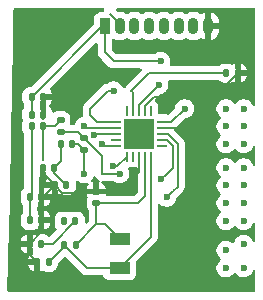
<source format=gbr>
%TF.GenerationSoftware,KiCad,Pcbnew,9.0.2*%
%TF.CreationDate,2025-05-30T19:54:00-04:00*%
%TF.ProjectId,porton micro,706f7274-6f6e-4206-9d69-63726f2e6b69,rev?*%
%TF.SameCoordinates,Original*%
%TF.FileFunction,Copper,L1,Top*%
%TF.FilePolarity,Positive*%
%FSLAX46Y46*%
G04 Gerber Fmt 4.6, Leading zero omitted, Abs format (unit mm)*
G04 Created by KiCad (PCBNEW 9.0.2) date 2025-05-30 19:54:00*
%MOMM*%
%LPD*%
G01*
G04 APERTURE LIST*
G04 Aperture macros list*
%AMRoundRect*
0 Rectangle with rounded corners*
0 $1 Rounding radius*
0 $2 $3 $4 $5 $6 $7 $8 $9 X,Y pos of 4 corners*
0 Add a 4 corners polygon primitive as box body*
4,1,4,$2,$3,$4,$5,$6,$7,$8,$9,$2,$3,0*
0 Add four circle primitives for the rounded corners*
1,1,$1+$1,$2,$3*
1,1,$1+$1,$4,$5*
1,1,$1+$1,$6,$7*
1,1,$1+$1,$8,$9*
0 Add four rect primitives between the rounded corners*
20,1,$1+$1,$2,$3,$4,$5,0*
20,1,$1+$1,$4,$5,$6,$7,0*
20,1,$1+$1,$6,$7,$8,$9,0*
20,1,$1+$1,$8,$9,$2,$3,0*%
G04 Aperture macros list end*
%TA.AperFunction,SMDPad,CuDef*%
%ADD10R,1.800000X1.000000*%
%TD*%
%TA.AperFunction,SMDPad,CuDef*%
%ADD11RoundRect,0.062500X-0.350000X-0.062500X0.350000X-0.062500X0.350000X0.062500X-0.350000X0.062500X0*%
%TD*%
%TA.AperFunction,SMDPad,CuDef*%
%ADD12RoundRect,0.062500X-0.062500X-0.350000X0.062500X-0.350000X0.062500X0.350000X-0.062500X0.350000X0*%
%TD*%
%TA.AperFunction,HeatsinkPad*%
%ADD13R,2.500000X2.500000*%
%TD*%
%TA.AperFunction,SMDPad,CuDef*%
%ADD14RoundRect,0.135000X-0.135000X-0.185000X0.135000X-0.185000X0.135000X0.185000X-0.135000X0.185000X0*%
%TD*%
%TA.AperFunction,SMDPad,CuDef*%
%ADD15RoundRect,0.147500X-0.147500X-0.172500X0.147500X-0.172500X0.147500X0.172500X-0.147500X0.172500X0*%
%TD*%
%TA.AperFunction,SMDPad,CuDef*%
%ADD16RoundRect,0.147500X0.147500X0.172500X-0.147500X0.172500X-0.147500X-0.172500X0.147500X-0.172500X0*%
%TD*%
%TA.AperFunction,SMDPad,CuDef*%
%ADD17RoundRect,0.147500X0.172500X-0.147500X0.172500X0.147500X-0.172500X0.147500X-0.172500X-0.147500X0*%
%TD*%
%TA.AperFunction,SMDPad,CuDef*%
%ADD18RoundRect,0.147500X-0.172500X0.147500X-0.172500X-0.147500X0.172500X-0.147500X0.172500X0.147500X0*%
%TD*%
%TA.AperFunction,ComponentPad*%
%ADD19RoundRect,0.225000X-0.225000X-0.475000X0.225000X-0.475000X0.225000X0.475000X-0.225000X0.475000X0*%
%TD*%
%TA.AperFunction,ComponentPad*%
%ADD20O,0.900000X1.400000*%
%TD*%
%TA.AperFunction,SMDPad,CuDef*%
%ADD21RoundRect,0.140000X0.140000X0.170000X-0.140000X0.170000X-0.140000X-0.170000X0.140000X-0.170000X0*%
%TD*%
%TA.AperFunction,SMDPad,CuDef*%
%ADD22RoundRect,0.140000X-0.140000X-0.170000X0.140000X-0.170000X0.140000X0.170000X-0.140000X0.170000X0*%
%TD*%
%TA.AperFunction,SMDPad,CuDef*%
%ADD23RoundRect,0.140000X0.170000X-0.140000X0.170000X0.140000X-0.170000X0.140000X-0.170000X-0.140000X0*%
%TD*%
%TA.AperFunction,ViaPad*%
%ADD24C,0.600000*%
%TD*%
%TA.AperFunction,Conductor*%
%ADD25C,0.200000*%
%TD*%
G04 APERTURE END LIST*
D10*
%TO.P,Y1,1,1*%
%TO.N,Net-(U1-XC2)*%
X159500000Y-88500000D03*
%TO.P,Y1,2,2*%
%TO.N,Net-(U1-XC1)*%
X159500000Y-91000000D03*
%TD*%
D11*
%TO.P,U1,1,CE*%
%TO.N,Net-(J1-Pin_6)*%
X159187500Y-78625000D03*
%TO.P,U1,2,CSN*%
%TO.N,Net-(J1-Pin_5)*%
X159187500Y-79125000D03*
%TO.P,U1,3,SCK*%
%TO.N,Net-(J1-Pin_4)*%
X159187500Y-79625000D03*
%TO.P,U1,4,MOSI*%
%TO.N,Net-(J1-Pin_2)*%
X159187500Y-80125000D03*
%TO.P,U1,5,MISO*%
%TO.N,Net-(J1-Pin_3)*%
X159187500Y-80625000D03*
D12*
%TO.P,U1,6,IRQ*%
%TO.N,Net-(J1-Pin_7)*%
X160125000Y-81562500D03*
%TO.P,U1,7,VDD*%
%TO.N,VDD*%
X160625000Y-81562500D03*
%TO.P,U1,8,VSS*%
%TO.N,GND*%
X161125000Y-81562500D03*
%TO.P,U1,9,XC2*%
%TO.N,Net-(U1-XC2)*%
X161625000Y-81562500D03*
%TO.P,U1,10,XC1*%
%TO.N,Net-(U1-XC1)*%
X162125000Y-81562500D03*
D11*
%TO.P,U1,11,VDD_PA*%
%TO.N,Net-(U1-VDD_PA)*%
X163062500Y-80625000D03*
%TO.P,U1,12,ANT1*%
%TO.N,Net-(U1-ANT1)*%
X163062500Y-80125000D03*
%TO.P,U1,13,ANT2*%
%TO.N,Net-(U1-ANT2)*%
X163062500Y-79625000D03*
%TO.P,U1,14,VSS*%
%TO.N,GND*%
X163062500Y-79125000D03*
%TO.P,U1,15,VDD*%
%TO.N,VDD*%
X163062500Y-78625000D03*
D12*
%TO.P,U1,16,IREF*%
%TO.N,Net-(U1-IREF)*%
X162125000Y-77687500D03*
%TO.P,U1,17,VSS*%
%TO.N,GND*%
X161625000Y-77687500D03*
%TO.P,U1,18,VDD*%
%TO.N,VDD*%
X161125000Y-77687500D03*
%TO.P,U1,19,DVDD*%
%TO.N,Net-(U1-DVDD)*%
X160625000Y-77687500D03*
%TO.P,U1,20,VSS*%
%TO.N,GND*%
X160125000Y-77687500D03*
D13*
%TO.P,U1,21*%
%TO.N,N/C*%
X161125000Y-79625000D03*
%TD*%
D14*
%TO.P,R2,1*%
%TO.N,Net-(U1-XC1)*%
X154760000Y-89030000D03*
%TO.P,R2,2*%
%TO.N,Net-(U1-XC2)*%
X155780000Y-89030000D03*
%TD*%
D15*
%TO.P,L4,1,1*%
%TO.N,Net-(C10-Pad1)*%
X154785000Y-87040000D03*
%TO.P,L4,2,2*%
%TO.N,Net-(AE1-A)*%
X155755000Y-87040000D03*
%TD*%
D16*
%TO.P,L3,1,1*%
%TO.N,Net-(U1-ANT2)*%
X155500000Y-80500000D03*
%TO.P,L3,2,2*%
%TO.N,Net-(U1-VDD_PA)*%
X154530000Y-80500000D03*
%TD*%
D17*
%TO.P,L2,1,1*%
%TO.N,Net-(U1-ANT1)*%
X154500000Y-79470000D03*
%TO.P,L2,2,2*%
%TO.N,Net-(C7-Pad2)*%
X154500000Y-78500000D03*
%TD*%
D18*
%TO.P,L1,1,1*%
%TO.N,Net-(U1-ANT1)*%
X156500000Y-80030000D03*
%TO.P,L1,2,2*%
%TO.N,Net-(U1-ANT2)*%
X156500000Y-81000000D03*
%TD*%
D19*
%TO.P,J1,1,Pin_1*%
%TO.N,VDD*%
X158250000Y-70500000D03*
D20*
%TO.P,J1,2,Pin_2*%
%TO.N,Net-(J1-Pin_2)*%
X159500000Y-70500000D03*
%TO.P,J1,3,Pin_3*%
%TO.N,Net-(J1-Pin_3)*%
X160750000Y-70500000D03*
%TO.P,J1,4,Pin_4*%
%TO.N,Net-(J1-Pin_4)*%
X162000000Y-70500000D03*
%TO.P,J1,5,Pin_5*%
%TO.N,Net-(J1-Pin_5)*%
X163250000Y-70500000D03*
%TO.P,J1,6,Pin_6*%
%TO.N,Net-(J1-Pin_6)*%
X164500000Y-70500000D03*
%TO.P,J1,7,Pin_7*%
%TO.N,Net-(J1-Pin_7)*%
X165750000Y-70500000D03*
%TO.P,J1,8,Pin_8*%
%TO.N,GND*%
X167000000Y-70500000D03*
%TD*%
D21*
%TO.P,C11,1*%
%TO.N,Net-(AE1-A)*%
X152860000Y-88940000D03*
%TO.P,C11,2*%
%TO.N,GND*%
X151900000Y-88940000D03*
%TD*%
D22*
%TO.P,C10,1*%
%TO.N,Net-(C10-Pad1)*%
X151900000Y-86970000D03*
%TO.P,C10,2*%
%TO.N,GND*%
X152860000Y-86970000D03*
%TD*%
%TO.P,C9,1*%
%TO.N,Net-(C10-Pad1)*%
X151900000Y-85000000D03*
%TO.P,C9,2*%
%TO.N,GND*%
X152860000Y-85000000D03*
%TD*%
D21*
%TO.P,C8,1*%
%TO.N,Net-(U1-VDD_PA)*%
X153980000Y-82500000D03*
%TO.P,C8,2*%
%TO.N,GND*%
X153020000Y-82500000D03*
%TD*%
D22*
%TO.P,C7,1*%
%TO.N,Net-(C10-Pad1)*%
X152040000Y-79000000D03*
%TO.P,C7,2*%
%TO.N,Net-(C7-Pad2)*%
X153000000Y-79000000D03*
%TD*%
D21*
%TO.P,C6,1*%
%TO.N,Net-(U1-VDD_PA)*%
X155000000Y-84000000D03*
%TO.P,C6,2*%
%TO.N,GND*%
X154040000Y-84000000D03*
%TD*%
%TO.P,C5,1*%
%TO.N,Net-(U1-XC1)*%
X153500000Y-90500000D03*
%TO.P,C5,2*%
%TO.N,GND*%
X152540000Y-90500000D03*
%TD*%
D23*
%TO.P,C4,1*%
%TO.N,Net-(U1-XC2)*%
X157520000Y-85480000D03*
%TO.P,C4,2*%
%TO.N,GND*%
X157520000Y-84520000D03*
%TD*%
D22*
%TO.P,C3,1*%
%TO.N,Net-(U1-DVDD)*%
X168540000Y-74500000D03*
%TO.P,C3,2*%
%TO.N,GND*%
X169500000Y-74500000D03*
%TD*%
%TO.P,C2,1*%
%TO.N,VDD*%
X152040000Y-78000000D03*
%TO.P,C2,2*%
%TO.N,GND*%
X153000000Y-78000000D03*
%TD*%
%TO.P,C1,1*%
%TO.N,VDD*%
X152040000Y-76500000D03*
%TO.P,C1,2*%
%TO.N,GND*%
X153000000Y-76500000D03*
%TD*%
D24*
%TO.N,*%
X168500000Y-77500000D03*
X168500000Y-79000000D03*
X168500000Y-80500000D03*
X168500000Y-82500000D03*
X168500000Y-84000000D03*
X168500000Y-85500000D03*
X168500000Y-87000000D03*
X168500000Y-89500000D03*
X168500000Y-91000000D03*
X170000000Y-91000000D03*
X170000000Y-89000000D03*
X170000000Y-87000000D03*
X170000000Y-85500000D03*
X170000000Y-84000000D03*
X170000000Y-82500000D03*
X170000000Y-80500000D03*
X170000000Y-79000000D03*
X170000000Y-77500000D03*
%TO.N,VDD*%
X162817102Y-75500000D03*
X163000000Y-73500000D03*
X165000000Y-77500000D03*
%TO.N,Net-(J1-Pin_7)*%
X158934313Y-82400000D03*
%TO.N,GND*%
X169000000Y-73000000D03*
%TO.N,Net-(J1-Pin_3)*%
X158000000Y-80500000D03*
%TO.N,Net-(J1-Pin_4)*%
X157301351Y-79724999D03*
%TO.N,Net-(J1-Pin_5)*%
X156500000Y-79000000D03*
%TO.N,Net-(J1-Pin_6)*%
X159000000Y-76000000D03*
%TO.N,Net-(U1-ANT2)*%
X163500000Y-85000000D03*
X156500000Y-83000000D03*
%TO.N,Net-(U1-ANT1)*%
X163000000Y-83500000D03*
X159500000Y-83000000D03*
%TD*%
D25*
%TO.N,Net-(J1-Pin_2)*%
X159500000Y-70500000D02*
X159500000Y-70299890D01*
%TO.N,VDD*%
X158500000Y-73000000D02*
X159000000Y-73500000D01*
X158250000Y-72750000D02*
X158500000Y-73000000D01*
X159000000Y-73500000D02*
X163000000Y-73500000D01*
X158250000Y-70500000D02*
X158250000Y-72750000D01*
X158250000Y-70500000D02*
X158250000Y-71200000D01*
X163875000Y-78625000D02*
X165000000Y-77500000D01*
X163062500Y-78625000D02*
X163875000Y-78625000D01*
X161125000Y-77192102D02*
X162817102Y-75500000D01*
X161125000Y-77687500D02*
X161125000Y-77192102D01*
%TO.N,Net-(U1-DVDD)*%
X162000000Y-74500000D02*
X168540000Y-74500000D01*
X160500000Y-76000000D02*
X162000000Y-74500000D01*
X160625000Y-76125000D02*
X160500000Y-76000000D01*
X160625000Y-77687500D02*
X160625000Y-76125000D01*
%TO.N,GND*%
X162384202Y-76500000D02*
X167500000Y-76500000D01*
X161625000Y-77259202D02*
X162384202Y-76500000D01*
X161625000Y-77687500D02*
X161625000Y-77259202D01*
X169500000Y-74500000D02*
X167500000Y-76500000D01*
%TO.N,Net-(J1-Pin_7)*%
X159287500Y-82400000D02*
X160125000Y-81562500D01*
X158934313Y-82400000D02*
X159287500Y-82400000D01*
%TO.N,GND*%
X169500000Y-73500000D02*
X169000000Y-73000000D01*
X169500000Y-74500000D02*
X169500000Y-73500000D01*
%TO.N,Net-(J1-Pin_3)*%
X158125000Y-80625000D02*
X158000000Y-80500000D01*
X159187500Y-80625000D02*
X158125000Y-80625000D01*
%TO.N,Net-(J1-Pin_4)*%
X157401350Y-79625000D02*
X157301351Y-79724999D01*
X159187500Y-79625000D02*
X157401350Y-79625000D01*
%TO.N,Net-(J1-Pin_5)*%
X156625000Y-79125000D02*
X156500000Y-79000000D01*
X159187500Y-79125000D02*
X156625000Y-79125000D01*
%TO.N,Net-(J1-Pin_6)*%
X157000000Y-77500000D02*
X158500000Y-76000000D01*
X158500000Y-76000000D02*
X159000000Y-76000000D01*
X157000000Y-78000000D02*
X157000000Y-77500000D01*
X157625000Y-78625000D02*
X157000000Y-78000000D01*
X159187500Y-78625000D02*
X157625000Y-78625000D01*
X159187500Y-78625000D02*
X159125000Y-78625000D01*
%TO.N,Net-(U1-ANT2)*%
X163557898Y-79625000D02*
X164401000Y-80468102D01*
X164401000Y-84099000D02*
X164000000Y-84500000D01*
X163062500Y-79625000D02*
X163557898Y-79625000D01*
X164000000Y-84500000D02*
X163500000Y-85000000D01*
X164401000Y-80468102D02*
X164401000Y-84099000D01*
X156500000Y-81000000D02*
X156500000Y-83000000D01*
%TO.N,Net-(U1-ANT1)*%
X163500000Y-83000000D02*
X163000000Y-83500000D01*
X164000000Y-82500000D02*
X163500000Y-83000000D01*
X164000000Y-80634202D02*
X164000000Y-82500000D01*
X163062500Y-80125000D02*
X163490798Y-80125000D01*
X163490798Y-80125000D02*
X164000000Y-80634202D01*
X159500000Y-83000000D02*
X159575735Y-83075735D01*
%TO.N,GND*%
X164875000Y-79125000D02*
X163062500Y-79125000D01*
X167500000Y-76500000D02*
X164875000Y-79125000D01*
X161125000Y-82875000D02*
X161125000Y-81562500D01*
X159480000Y-84520000D02*
X161125000Y-82875000D01*
X157520000Y-84520000D02*
X159480000Y-84520000D01*
%TO.N,Net-(U1-XC2)*%
X161625000Y-84875000D02*
X161625000Y-81562500D01*
X157520000Y-85480000D02*
X161020000Y-85480000D01*
X161020000Y-85480000D02*
X161625000Y-84875000D01*
%TO.N,Net-(U1-XC1)*%
X162125000Y-88375000D02*
X162125000Y-81562500D01*
X159500000Y-91000000D02*
X162125000Y-88375000D01*
%TO.N,Net-(U1-XC2)*%
X157520000Y-87290000D02*
X158290000Y-87290000D01*
X158290000Y-87290000D02*
X159500000Y-88500000D01*
%TO.N,Net-(U1-XC1)*%
X156730000Y-91000000D02*
X159500000Y-91000000D01*
X154760000Y-89030000D02*
X156730000Y-91000000D01*
%TO.N,Net-(U1-ANT1)*%
X155940000Y-79470000D02*
X156500000Y-80030000D01*
X154500000Y-79470000D02*
X155940000Y-79470000D01*
%TO.N,Net-(U1-ANT2)*%
X156000000Y-80500000D02*
X156500000Y-81000000D01*
X155500000Y-80500000D02*
X156000000Y-80500000D01*
%TO.N,GND*%
X153000000Y-78000000D02*
X153000000Y-78389000D01*
X153000000Y-76500000D02*
X153000000Y-78000000D01*
%TO.N,Net-(C7-Pad2)*%
X153000000Y-79000000D02*
X153000000Y-81889000D01*
X154000000Y-79000000D02*
X154500000Y-78500000D01*
X153000000Y-79000000D02*
X154000000Y-79000000D01*
%TO.N,Net-(U1-VDD_PA)*%
X154530000Y-81950000D02*
X153980000Y-82500000D01*
X154530000Y-80500000D02*
X154530000Y-81950000D01*
X153980000Y-82980000D02*
X155000000Y-84000000D01*
X153980000Y-82500000D02*
X153980000Y-82980000D01*
%TO.N,GND*%
X153020000Y-82980000D02*
X154040000Y-84000000D01*
X153020000Y-82500000D02*
X153020000Y-82980000D01*
X153040000Y-85000000D02*
X154040000Y-84000000D01*
X152860000Y-85000000D02*
X153040000Y-85000000D01*
X154651000Y-84611000D02*
X154040000Y-84000000D01*
X157429000Y-84611000D02*
X154651000Y-84611000D01*
X157520000Y-84520000D02*
X157429000Y-84611000D01*
%TO.N,Net-(U1-XC2)*%
X155780000Y-89030000D02*
X157520000Y-87290000D01*
X157520000Y-87290000D02*
X157520000Y-85480000D01*
%TO.N,Net-(U1-XC1)*%
X154760000Y-89030000D02*
X154760000Y-89240000D01*
X154760000Y-89240000D02*
X153500000Y-90500000D01*
%TO.N,Net-(AE1-A)*%
X153855000Y-88940000D02*
X155755000Y-87040000D01*
X152860000Y-88940000D02*
X153855000Y-88940000D01*
%TO.N,GND*%
X151900000Y-89860000D02*
X152540000Y-90500000D01*
X151900000Y-88940000D02*
X151900000Y-89860000D01*
X152860000Y-87980000D02*
X151900000Y-88940000D01*
X152860000Y-86970000D02*
X152860000Y-87980000D01*
X152860000Y-85000000D02*
X152860000Y-86970000D01*
%TO.N,Net-(C10-Pad1)*%
X151900000Y-85000000D02*
X151900000Y-86970000D01*
X152040000Y-84860000D02*
X151900000Y-85000000D01*
X152040000Y-79000000D02*
X152040000Y-84860000D01*
%TO.N,VDD*%
X152040000Y-76500000D02*
X152040000Y-78000000D01*
X158040000Y-70500000D02*
X158250000Y-70500000D01*
X152040000Y-76500000D02*
X158040000Y-70500000D01*
%TO.N,Net-(U1-ANT1)*%
X156500000Y-80030000D02*
X158000000Y-81530000D01*
X158000000Y-83000000D02*
X159500000Y-83000000D01*
X158000000Y-81530000D02*
X158000000Y-83000000D01*
%TO.N,Net-(J1-Pin_2)*%
X159500000Y-70299890D02*
X158699110Y-69499000D01*
%TD*%
%TA.AperFunction,Conductor*%
%TO.N,GND*%
G36*
X158146075Y-69019685D02*
G01*
X158191830Y-69072489D01*
X158201774Y-69141647D01*
X158186422Y-69186002D01*
X158156687Y-69237502D01*
X158106119Y-69285717D01*
X158049303Y-69299500D01*
X157976663Y-69299500D01*
X157976644Y-69299501D01*
X157877292Y-69309650D01*
X157877289Y-69309651D01*
X157716305Y-69362996D01*
X157716294Y-69363001D01*
X157571959Y-69452029D01*
X157571955Y-69452032D01*
X157452032Y-69571955D01*
X157452029Y-69571959D01*
X157363001Y-69716294D01*
X157362996Y-69716305D01*
X157309651Y-69877290D01*
X157299500Y-69976647D01*
X157299500Y-70339902D01*
X157279815Y-70406941D01*
X157263181Y-70427583D01*
X152037584Y-75653181D01*
X151976261Y-75686666D01*
X151949903Y-75689500D01*
X151835302Y-75689500D01*
X151799008Y-75692356D01*
X151799002Y-75692357D01*
X151643609Y-75737504D01*
X151643606Y-75737505D01*
X151504315Y-75819881D01*
X151504307Y-75819887D01*
X151389887Y-75934307D01*
X151389881Y-75934315D01*
X151307505Y-76073606D01*
X151307504Y-76073609D01*
X151262357Y-76229002D01*
X151262356Y-76229008D01*
X151259500Y-76265302D01*
X151259500Y-76734697D01*
X151262356Y-76770991D01*
X151262357Y-76770997D01*
X151307504Y-76926390D01*
X151307505Y-76926393D01*
X151382717Y-77053571D01*
X151389883Y-77065687D01*
X151403180Y-77078984D01*
X151417887Y-77105917D01*
X151434477Y-77131731D01*
X151435368Y-77137928D01*
X151436666Y-77140305D01*
X151439500Y-77166666D01*
X151439500Y-77333333D01*
X151419815Y-77400372D01*
X151403181Y-77421014D01*
X151389887Y-77434307D01*
X151389881Y-77434315D01*
X151307505Y-77573606D01*
X151307504Y-77573609D01*
X151262357Y-77729002D01*
X151262356Y-77729008D01*
X151259500Y-77765302D01*
X151259500Y-78234697D01*
X151262356Y-78270991D01*
X151262357Y-78270997D01*
X151307505Y-78426394D01*
X151313708Y-78436884D01*
X151330887Y-78504608D01*
X151313708Y-78563116D01*
X151307505Y-78573605D01*
X151262357Y-78729002D01*
X151262356Y-78729008D01*
X151259500Y-78765302D01*
X151259500Y-79234697D01*
X151262356Y-79270991D01*
X151262357Y-79270997D01*
X151307504Y-79426390D01*
X151307505Y-79426393D01*
X151357122Y-79510292D01*
X151389883Y-79565687D01*
X151403180Y-79578984D01*
X151436666Y-79640305D01*
X151439500Y-79666666D01*
X151439500Y-84204689D01*
X151419815Y-84271728D01*
X151378623Y-84311420D01*
X151364310Y-84319884D01*
X151364310Y-84319885D01*
X151249887Y-84434307D01*
X151249881Y-84434315D01*
X151167505Y-84573606D01*
X151167504Y-84573609D01*
X151122357Y-84729002D01*
X151122356Y-84729008D01*
X151119500Y-84765302D01*
X151119500Y-85234697D01*
X151122356Y-85270991D01*
X151122357Y-85270997D01*
X151167504Y-85426390D01*
X151167505Y-85426393D01*
X151217122Y-85510292D01*
X151249883Y-85565687D01*
X151263180Y-85578984D01*
X151296666Y-85640305D01*
X151299500Y-85666666D01*
X151299500Y-86303333D01*
X151279815Y-86370372D01*
X151263181Y-86391014D01*
X151249887Y-86404307D01*
X151249881Y-86404315D01*
X151167505Y-86543606D01*
X151167504Y-86543609D01*
X151122357Y-86699002D01*
X151122356Y-86699008D01*
X151119500Y-86735302D01*
X151119500Y-87204697D01*
X151122356Y-87240991D01*
X151122357Y-87240997D01*
X151167504Y-87396390D01*
X151167505Y-87396393D01*
X151249881Y-87535684D01*
X151249887Y-87535692D01*
X151364307Y-87650112D01*
X151364311Y-87650115D01*
X151364313Y-87650117D01*
X151503605Y-87732494D01*
X151544587Y-87744400D01*
X151659002Y-87777642D01*
X151659005Y-87777642D01*
X151659007Y-87777643D01*
X151695310Y-87780500D01*
X151695318Y-87780500D01*
X152104682Y-87780500D01*
X152104690Y-87780500D01*
X152140993Y-87777643D01*
X152140995Y-87777642D01*
X152140997Y-87777642D01*
X152209760Y-87757664D01*
X152296395Y-87732494D01*
X152317369Y-87720089D01*
X152385088Y-87702906D01*
X152443613Y-87720090D01*
X152463803Y-87732031D01*
X152610000Y-87774504D01*
X152610000Y-87774503D01*
X153110000Y-87774503D01*
X153256195Y-87732031D01*
X153395374Y-87649721D01*
X153395383Y-87649714D01*
X153509714Y-87535383D01*
X153509721Y-87535374D01*
X153592031Y-87396195D01*
X153592033Y-87396190D01*
X153637144Y-87240918D01*
X153637145Y-87240912D01*
X153638790Y-87220000D01*
X153110000Y-87220000D01*
X153110000Y-87774503D01*
X152610000Y-87774503D01*
X152610000Y-87468352D01*
X152627267Y-87405233D01*
X152632494Y-87396395D01*
X152665978Y-87281146D01*
X152677642Y-87240997D01*
X152677643Y-87240991D01*
X152677649Y-87240912D01*
X152680500Y-87204690D01*
X152680500Y-86735310D01*
X152677643Y-86699007D01*
X152654929Y-86620827D01*
X152632495Y-86543608D01*
X152632492Y-86543600D01*
X152627266Y-86534763D01*
X152610000Y-86471645D01*
X152610000Y-86170721D01*
X152601982Y-86165494D01*
X153110000Y-86165494D01*
X153110000Y-86720000D01*
X153638790Y-86720000D01*
X153637145Y-86699089D01*
X153592031Y-86543804D01*
X153509721Y-86404625D01*
X153509714Y-86404616D01*
X153395383Y-86290285D01*
X153395374Y-86290278D01*
X153256193Y-86207967D01*
X153256190Y-86207965D01*
X153110001Y-86165493D01*
X153110000Y-86165494D01*
X152601982Y-86165494D01*
X152556783Y-86136030D01*
X152545336Y-86122645D01*
X152530551Y-86113082D01*
X152523102Y-86096645D01*
X152511373Y-86082930D01*
X152508980Y-86065482D01*
X152501711Y-86049442D01*
X152500500Y-86032153D01*
X152500500Y-85937845D01*
X152520185Y-85870806D01*
X152572989Y-85825051D01*
X152584919Y-85823335D01*
X152610000Y-85804504D01*
X152610000Y-85804503D01*
X153110000Y-85804503D01*
X153256195Y-85762031D01*
X153395374Y-85679721D01*
X153395383Y-85679714D01*
X153509714Y-85565383D01*
X153509721Y-85565374D01*
X153592031Y-85426195D01*
X153592033Y-85426190D01*
X153637144Y-85270918D01*
X153637145Y-85270912D01*
X153638790Y-85250000D01*
X153110000Y-85250000D01*
X153110000Y-85804503D01*
X152610000Y-85804503D01*
X152610000Y-85498352D01*
X152627267Y-85435233D01*
X152632494Y-85426395D01*
X152662896Y-85321754D01*
X152677642Y-85270997D01*
X152677643Y-85270991D01*
X152677997Y-85266498D01*
X152680500Y-85234690D01*
X152680500Y-84765310D01*
X152677643Y-84729007D01*
X152669900Y-84702357D01*
X152645424Y-84618109D01*
X152640500Y-84583514D01*
X152640500Y-84253741D01*
X153110000Y-84253741D01*
X153110000Y-84750000D01*
X153671480Y-84750000D01*
X153738519Y-84769685D01*
X153769594Y-84798575D01*
X153790000Y-84804504D01*
X153790000Y-84250000D01*
X153230439Y-84250000D01*
X153110000Y-84253741D01*
X152640500Y-84253741D01*
X152640500Y-83432033D01*
X152660185Y-83364994D01*
X152712989Y-83319239D01*
X152759231Y-83312590D01*
X152770000Y-83304504D01*
X152770000Y-82624000D01*
X152772550Y-82615314D01*
X152771262Y-82606353D01*
X152782240Y-82582312D01*
X152789685Y-82556961D01*
X152796525Y-82551033D01*
X152800287Y-82542797D01*
X152822521Y-82528507D01*
X152842489Y-82511206D01*
X152853003Y-82508918D01*
X152859065Y-82505023D01*
X152894000Y-82500000D01*
X153075500Y-82500000D01*
X153142539Y-82519685D01*
X153188294Y-82572489D01*
X153199500Y-82624000D01*
X153199500Y-82734697D01*
X153202356Y-82770991D01*
X153202357Y-82770997D01*
X153247503Y-82926389D01*
X153247505Y-82926393D01*
X153247506Y-82926395D01*
X153252732Y-82935233D01*
X153270000Y-82998352D01*
X153270000Y-83304505D01*
X153317768Y-83340371D01*
X153359559Y-83396364D01*
X153364443Y-83466063D01*
X153350048Y-83502651D01*
X153307967Y-83573806D01*
X153307966Y-83573809D01*
X153262855Y-83729081D01*
X153262854Y-83729087D01*
X153261209Y-83749999D01*
X153261210Y-83750000D01*
X153849403Y-83750000D01*
X153878843Y-83758644D01*
X153908830Y-83765168D01*
X153913845Y-83768922D01*
X153916442Y-83769685D01*
X153937084Y-83786319D01*
X154003681Y-83852916D01*
X154037166Y-83914239D01*
X154040000Y-83940597D01*
X154040000Y-84000000D01*
X154095500Y-84000000D01*
X154162539Y-84019685D01*
X154208294Y-84072489D01*
X154219500Y-84124000D01*
X154219500Y-84234697D01*
X154222356Y-84270991D01*
X154222357Y-84270997D01*
X154267503Y-84426389D01*
X154267505Y-84426393D01*
X154267506Y-84426395D01*
X154272732Y-84435233D01*
X154290000Y-84498352D01*
X154290000Y-84804503D01*
X154436194Y-84762032D01*
X154456384Y-84750091D01*
X154524108Y-84732906D01*
X154582629Y-84750089D01*
X154603605Y-84762494D01*
X154628876Y-84769836D01*
X154759002Y-84807642D01*
X154759005Y-84807642D01*
X154759007Y-84807643D01*
X154795310Y-84810500D01*
X154795318Y-84810500D01*
X155204682Y-84810500D01*
X155204690Y-84810500D01*
X155240993Y-84807643D01*
X155240995Y-84807642D01*
X155240997Y-84807642D01*
X155300178Y-84790448D01*
X155396395Y-84762494D01*
X155535687Y-84680117D01*
X155650117Y-84565687D01*
X155732494Y-84426395D01*
X155776358Y-84275417D01*
X155777642Y-84270997D01*
X155777643Y-84270991D01*
X155777742Y-84269737D01*
X155780500Y-84234690D01*
X155780500Y-83765310D01*
X155777643Y-83729007D01*
X155777146Y-83722690D01*
X155778441Y-83722588D01*
X155785031Y-83659951D01*
X155828747Y-83605447D01*
X155894990Y-83583230D01*
X155962729Y-83600355D01*
X155987381Y-83619460D01*
X155989707Y-83621786D01*
X155989711Y-83621789D01*
X156120814Y-83709390D01*
X156120827Y-83709397D01*
X156266377Y-83769685D01*
X156266503Y-83769737D01*
X156382091Y-83792729D01*
X156421153Y-83800499D01*
X156421156Y-83800500D01*
X156421158Y-83800500D01*
X156578844Y-83800500D01*
X156650134Y-83786319D01*
X156733497Y-83769737D01*
X156733500Y-83769735D01*
X156734117Y-83769613D01*
X156803708Y-83775840D01*
X156858886Y-83818702D01*
X156882131Y-83884592D01*
X156866064Y-83952589D01*
X156845994Y-83978907D01*
X156840287Y-83984613D01*
X156840278Y-83984625D01*
X156757968Y-84123804D01*
X156715496Y-84270000D01*
X157270000Y-84270000D01*
X157270000Y-83741210D01*
X157269999Y-83741209D01*
X157249087Y-83742854D01*
X157249084Y-83742855D01*
X157205631Y-83755479D01*
X157135762Y-83755278D01*
X157077092Y-83717335D01*
X157048250Y-83653697D01*
X157058392Y-83584567D01*
X157083358Y-83548720D01*
X157121786Y-83510292D01*
X157121789Y-83510289D01*
X157209394Y-83379179D01*
X157245227Y-83292667D01*
X157289067Y-83238266D01*
X157355361Y-83216200D01*
X157423060Y-83233479D01*
X157467175Y-83278121D01*
X157519477Y-83368712D01*
X157519479Y-83368715D01*
X157519480Y-83368716D01*
X157631284Y-83480520D01*
X157744473Y-83545869D01*
X157792687Y-83596434D01*
X157805911Y-83665041D01*
X157779943Y-83729906D01*
X157770000Y-83740675D01*
X157770000Y-84270000D01*
X158324504Y-84270000D01*
X158282031Y-84123804D01*
X158199721Y-83984625D01*
X158199714Y-83984616D01*
X158085383Y-83870285D01*
X158085374Y-83870278D01*
X158019350Y-83831232D01*
X157971666Y-83780163D01*
X157959163Y-83711421D01*
X157985808Y-83646832D01*
X158043144Y-83606902D01*
X158082471Y-83600500D01*
X158920234Y-83600500D01*
X158987273Y-83620185D01*
X158989125Y-83621398D01*
X159120814Y-83709390D01*
X159120827Y-83709397D01*
X159266377Y-83769685D01*
X159266503Y-83769737D01*
X159382091Y-83792729D01*
X159421153Y-83800499D01*
X159421156Y-83800500D01*
X159421158Y-83800500D01*
X159578844Y-83800500D01*
X159578845Y-83800499D01*
X159733497Y-83769737D01*
X159860008Y-83717335D01*
X159879172Y-83709397D01*
X159879172Y-83709396D01*
X159879179Y-83709394D01*
X160010289Y-83621789D01*
X160121789Y-83510289D01*
X160209394Y-83379179D01*
X160213728Y-83368717D01*
X160254685Y-83269836D01*
X160269737Y-83233497D01*
X160300500Y-83078842D01*
X160300500Y-82921158D01*
X160300500Y-82921155D01*
X160300499Y-82921153D01*
X160282658Y-82831462D01*
X160269737Y-82766503D01*
X160214929Y-82634185D01*
X160212574Y-82612280D01*
X160205578Y-82591385D01*
X160208912Y-82578220D01*
X160207461Y-82564717D01*
X160217324Y-82545011D01*
X160222735Y-82523654D01*
X160232656Y-82514382D01*
X160238736Y-82502238D01*
X160257685Y-82490994D01*
X160273785Y-82475951D01*
X160293004Y-82470039D01*
X160298825Y-82466586D01*
X160307253Y-82464744D01*
X160310251Y-82464197D01*
X160334472Y-82461009D01*
X160339761Y-82458817D01*
X160352762Y-82456448D01*
X160374849Y-82458782D01*
X160396925Y-82456392D01*
X160407514Y-82459501D01*
X160407674Y-82458905D01*
X160415524Y-82461008D01*
X160415526Y-82461008D01*
X160415528Y-82461009D01*
X160525599Y-82475500D01*
X160724400Y-82475499D01*
X160724401Y-82475499D01*
X160741087Y-82473302D01*
X160834472Y-82461009D01*
X160834475Y-82461007D01*
X160842326Y-82458905D01*
X160843158Y-82462012D01*
X160897583Y-82456122D01*
X160902122Y-82457025D01*
X160926969Y-82462454D01*
X160953221Y-82476820D01*
X160980581Y-82488923D01*
X160983542Y-82493412D01*
X160988262Y-82495995D01*
X161002578Y-82522270D01*
X161019053Y-82547247D01*
X161020140Y-82554505D01*
X161021690Y-82557349D01*
X161021323Y-82562401D01*
X161024500Y-82583596D01*
X161024500Y-84574903D01*
X161004815Y-84641942D01*
X160988181Y-84662584D01*
X160807584Y-84843181D01*
X160746261Y-84876666D01*
X160719903Y-84879500D01*
X158457844Y-84879500D01*
X158390805Y-84859815D01*
X158345050Y-84807011D01*
X158343334Y-84795078D01*
X158324505Y-84770000D01*
X158018352Y-84770000D01*
X157955233Y-84752732D01*
X157946395Y-84747506D01*
X157946393Y-84747505D01*
X157946389Y-84747503D01*
X157790997Y-84702357D01*
X157790991Y-84702356D01*
X157754697Y-84699500D01*
X157754690Y-84699500D01*
X157285310Y-84699500D01*
X157285302Y-84699500D01*
X157249008Y-84702356D01*
X157249002Y-84702357D01*
X157093610Y-84747503D01*
X157093605Y-84747506D01*
X157084766Y-84752732D01*
X157021648Y-84770000D01*
X156715496Y-84770000D01*
X156757968Y-84916194D01*
X156769911Y-84936389D01*
X156787092Y-85004113D01*
X156769911Y-85062628D01*
X156757506Y-85083604D01*
X156757504Y-85083609D01*
X156712357Y-85239002D01*
X156712356Y-85239008D01*
X156709500Y-85275302D01*
X156709500Y-85684697D01*
X156712356Y-85720991D01*
X156712357Y-85720997D01*
X156757504Y-85876390D01*
X156757505Y-85876393D01*
X156757506Y-85876395D01*
X156793847Y-85937845D01*
X156839881Y-86015684D01*
X156839887Y-86015692D01*
X156883180Y-86058984D01*
X156916666Y-86120307D01*
X156919500Y-86146666D01*
X156919500Y-86989901D01*
X156910855Y-87019341D01*
X156904332Y-87049328D01*
X156900577Y-87054343D01*
X156899815Y-87056940D01*
X156883181Y-87077582D01*
X156762181Y-87198582D01*
X156700858Y-87232067D01*
X156631166Y-87227083D01*
X156575233Y-87185211D01*
X156550816Y-87119747D01*
X156550500Y-87110901D01*
X156550500Y-86802067D01*
X156550499Y-86802052D01*
X156549765Y-86792729D01*
X156547609Y-86765325D01*
X156538888Y-86735307D01*
X156501933Y-86608107D01*
X156501931Y-86608104D01*
X156501931Y-86608103D01*
X156418590Y-86467180D01*
X156418588Y-86467178D01*
X156418585Y-86467174D01*
X156302825Y-86351414D01*
X156302817Y-86351408D01*
X156161895Y-86268068D01*
X156161892Y-86268066D01*
X156004679Y-86222391D01*
X156004673Y-86222390D01*
X155967947Y-86219500D01*
X155967940Y-86219500D01*
X155542060Y-86219500D01*
X155542052Y-86219500D01*
X155505326Y-86222390D01*
X155505320Y-86222391D01*
X155348105Y-86268067D01*
X155333117Y-86276931D01*
X155265392Y-86294110D01*
X155206883Y-86276931D01*
X155191894Y-86268067D01*
X155034679Y-86222391D01*
X155034673Y-86222390D01*
X154997947Y-86219500D01*
X154997940Y-86219500D01*
X154572060Y-86219500D01*
X154572052Y-86219500D01*
X154535326Y-86222390D01*
X154535320Y-86222391D01*
X154378107Y-86268066D01*
X154378104Y-86268068D01*
X154237182Y-86351408D01*
X154237174Y-86351414D01*
X154121414Y-86467174D01*
X154121408Y-86467182D01*
X154038068Y-86608104D01*
X154038066Y-86608107D01*
X153992391Y-86765320D01*
X153992390Y-86765326D01*
X153989500Y-86802052D01*
X153989500Y-87277947D01*
X153992390Y-87314673D01*
X153992391Y-87314679D01*
X154038066Y-87471892D01*
X154038068Y-87471895D01*
X154038069Y-87471897D01*
X154060771Y-87510284D01*
X154121408Y-87612817D01*
X154121414Y-87612825D01*
X154139495Y-87630906D01*
X154172980Y-87692229D01*
X154167996Y-87761921D01*
X154139495Y-87806268D01*
X153642584Y-88303181D01*
X153615656Y-88317884D01*
X153589838Y-88334477D01*
X153583637Y-88335368D01*
X153581261Y-88336666D01*
X153554903Y-88339500D01*
X153526666Y-88339500D01*
X153459627Y-88319815D01*
X153438984Y-88303180D01*
X153395692Y-88259887D01*
X153395684Y-88259881D01*
X153277371Y-88189911D01*
X153256395Y-88177506D01*
X153256394Y-88177505D01*
X153256393Y-88177505D01*
X153256390Y-88177504D01*
X153100997Y-88132357D01*
X153100991Y-88132356D01*
X153064697Y-88129500D01*
X153064690Y-88129500D01*
X152655310Y-88129500D01*
X152655302Y-88129500D01*
X152619008Y-88132356D01*
X152619002Y-88132357D01*
X152463609Y-88177504D01*
X152463604Y-88177506D01*
X152442628Y-88189911D01*
X152374903Y-88207092D01*
X152316389Y-88189911D01*
X152296191Y-88177966D01*
X152296190Y-88177965D01*
X152150001Y-88135493D01*
X152150000Y-88135494D01*
X152150000Y-88441645D01*
X152132734Y-88504763D01*
X152127507Y-88513600D01*
X152127504Y-88513608D01*
X152082357Y-88669002D01*
X152082356Y-88669008D01*
X152079500Y-88705302D01*
X152079500Y-89174697D01*
X152082356Y-89210991D01*
X152082357Y-89210997D01*
X152127503Y-89366389D01*
X152127505Y-89366393D01*
X152127506Y-89366395D01*
X152132732Y-89375233D01*
X152150000Y-89438352D01*
X152150000Y-89756000D01*
X152130315Y-89823039D01*
X152077511Y-89868794D01*
X152026000Y-89880000D01*
X151944904Y-89880000D01*
X151890282Y-89934620D01*
X151890278Y-89934625D01*
X151807968Y-90073804D01*
X151807966Y-90073809D01*
X151762855Y-90229081D01*
X151762854Y-90229087D01*
X151761209Y-90249999D01*
X151761210Y-90250000D01*
X152416000Y-90250000D01*
X152483039Y-90269685D01*
X152528794Y-90322489D01*
X152540000Y-90374000D01*
X152540000Y-90500000D01*
X152595500Y-90500000D01*
X152662539Y-90519685D01*
X152708294Y-90572489D01*
X152719500Y-90624000D01*
X152719500Y-90734697D01*
X152722356Y-90770991D01*
X152722357Y-90770997D01*
X152767503Y-90926389D01*
X152767505Y-90926393D01*
X152767506Y-90926395D01*
X152772732Y-90935233D01*
X152790000Y-90998352D01*
X152790000Y-91304503D01*
X152936194Y-91262032D01*
X152956384Y-91250091D01*
X153024108Y-91232906D01*
X153082629Y-91250089D01*
X153103605Y-91262494D01*
X153144587Y-91274400D01*
X153259002Y-91307642D01*
X153259005Y-91307642D01*
X153259007Y-91307643D01*
X153295310Y-91310500D01*
X153295318Y-91310500D01*
X153704682Y-91310500D01*
X153704690Y-91310500D01*
X153740993Y-91307643D01*
X153740995Y-91307642D01*
X153740997Y-91307642D01*
X153781975Y-91295736D01*
X153896395Y-91262494D01*
X154035687Y-91180117D01*
X154150117Y-91065687D01*
X154232494Y-90926395D01*
X154277643Y-90770993D01*
X154280500Y-90734690D01*
X154280500Y-90620096D01*
X154300185Y-90553057D01*
X154316815Y-90532419D01*
X154777318Y-90071915D01*
X154838641Y-90038431D01*
X154908333Y-90043415D01*
X154952680Y-90071916D01*
X156361284Y-91480520D01*
X156361286Y-91480521D01*
X156361290Y-91480524D01*
X156477928Y-91547864D01*
X156498216Y-91559577D01*
X156650943Y-91600501D01*
X156650945Y-91600501D01*
X156816654Y-91600501D01*
X156816670Y-91600500D01*
X158017209Y-91600500D01*
X158084248Y-91620185D01*
X158130003Y-91672989D01*
X158133391Y-91681167D01*
X158156202Y-91742328D01*
X158156206Y-91742335D01*
X158242452Y-91857544D01*
X158242455Y-91857547D01*
X158357664Y-91943793D01*
X158357671Y-91943797D01*
X158492517Y-91994091D01*
X158492516Y-91994091D01*
X158499444Y-91994835D01*
X158552127Y-92000500D01*
X160447872Y-92000499D01*
X160507483Y-91994091D01*
X160642331Y-91943796D01*
X160757546Y-91857546D01*
X160843796Y-91742331D01*
X160894091Y-91607483D01*
X160900500Y-91547873D01*
X160900499Y-90500095D01*
X160920183Y-90433057D01*
X160936813Y-90412420D01*
X162605520Y-88743716D01*
X162684577Y-88606784D01*
X162725501Y-88454057D01*
X162725501Y-88295942D01*
X162725501Y-88288347D01*
X162725500Y-88288329D01*
X162725500Y-85656941D01*
X162745185Y-85589902D01*
X162797989Y-85544147D01*
X162867147Y-85534203D01*
X162930703Y-85563228D01*
X162937181Y-85569260D01*
X162989707Y-85621786D01*
X162989711Y-85621789D01*
X163120814Y-85709390D01*
X163120827Y-85709397D01*
X163247899Y-85762031D01*
X163266503Y-85769737D01*
X163421153Y-85800499D01*
X163421156Y-85800500D01*
X163421158Y-85800500D01*
X163578844Y-85800500D01*
X163578845Y-85800499D01*
X163733497Y-85769737D01*
X163879179Y-85709394D01*
X164010289Y-85621789D01*
X164121789Y-85510289D01*
X164209394Y-85379179D01*
X164269737Y-85233497D01*
X164292149Y-85120827D01*
X164300638Y-85078151D01*
X164309402Y-85061394D01*
X164313423Y-85042915D01*
X164332168Y-85017873D01*
X164333023Y-85016240D01*
X164334509Y-85014725D01*
X164480520Y-84868716D01*
X164480521Y-84868714D01*
X164881520Y-84467716D01*
X164960577Y-84330784D01*
X165001501Y-84178057D01*
X165001501Y-84019942D01*
X165001501Y-84012347D01*
X165001500Y-84012329D01*
X165001500Y-80389047D01*
X165001500Y-80389045D01*
X164997871Y-80375499D01*
X164960577Y-80236317D01*
X164927646Y-80179279D01*
X164927646Y-80179278D01*
X164881524Y-80099392D01*
X164881521Y-80099388D01*
X164881520Y-80099386D01*
X164769716Y-79987582D01*
X164769715Y-79987581D01*
X164765385Y-79983251D01*
X164765374Y-79983241D01*
X164132249Y-79350116D01*
X164098764Y-79288793D01*
X164103748Y-79219101D01*
X164145620Y-79163168D01*
X164157922Y-79155052D01*
X164176233Y-79144481D01*
X164243716Y-79105520D01*
X164355520Y-78993716D01*
X164355520Y-78993714D01*
X164365724Y-78983511D01*
X164365727Y-78983506D01*
X165014662Y-78334572D01*
X165075983Y-78301089D01*
X165078150Y-78300638D01*
X165136085Y-78289113D01*
X165233497Y-78269737D01*
X165368223Y-78213932D01*
X165379172Y-78209397D01*
X165379172Y-78209396D01*
X165379179Y-78209394D01*
X165510289Y-78121789D01*
X165621789Y-78010289D01*
X165709394Y-77879179D01*
X165769737Y-77733497D01*
X165800500Y-77578842D01*
X165800500Y-77421158D01*
X165800500Y-77421155D01*
X165800499Y-77421153D01*
X165778749Y-77311810D01*
X165769737Y-77266503D01*
X165769735Y-77266498D01*
X165709397Y-77120827D01*
X165709390Y-77120814D01*
X165621789Y-76989711D01*
X165621786Y-76989707D01*
X165510292Y-76878213D01*
X165510288Y-76878210D01*
X165379185Y-76790609D01*
X165379172Y-76790602D01*
X165233501Y-76730264D01*
X165233489Y-76730261D01*
X165078845Y-76699500D01*
X165078842Y-76699500D01*
X164921158Y-76699500D01*
X164921155Y-76699500D01*
X164766510Y-76730261D01*
X164766498Y-76730264D01*
X164620827Y-76790602D01*
X164620814Y-76790609D01*
X164489711Y-76878210D01*
X164489707Y-76878213D01*
X164378213Y-76989707D01*
X164378210Y-76989711D01*
X164290609Y-77120814D01*
X164290602Y-77120827D01*
X164230264Y-77266498D01*
X164230261Y-77266508D01*
X164199361Y-77421850D01*
X164166976Y-77483761D01*
X164165425Y-77485339D01*
X163671020Y-77979744D01*
X163609697Y-78013229D01*
X163567154Y-78015002D01*
X163449411Y-77999501D01*
X163449406Y-77999500D01*
X163449401Y-77999500D01*
X163449394Y-77999500D01*
X162874499Y-77999500D01*
X162807460Y-77979815D01*
X162761705Y-77927011D01*
X162750499Y-77875500D01*
X162750499Y-77300596D01*
X162736011Y-77190536D01*
X162736009Y-77190531D01*
X162736009Y-77190528D01*
X162679279Y-77053571D01*
X162589036Y-76935964D01*
X162589034Y-76935963D01*
X162589034Y-76935962D01*
X162513771Y-76878211D01*
X162498269Y-76866316D01*
X162457067Y-76809889D01*
X162452912Y-76740143D01*
X162486073Y-76680263D01*
X162831767Y-76334570D01*
X162893086Y-76301088D01*
X162895253Y-76300637D01*
X162895942Y-76300500D01*
X162895944Y-76300500D01*
X163050599Y-76269737D01*
X163196281Y-76209394D01*
X163327391Y-76121789D01*
X163438891Y-76010289D01*
X163526496Y-75879179D01*
X163586839Y-75733497D01*
X163617602Y-75578842D01*
X163617602Y-75421158D01*
X163617602Y-75421155D01*
X163617601Y-75421153D01*
X163613294Y-75399500D01*
X163586839Y-75266503D01*
X163586834Y-75266492D01*
X163585071Y-75260676D01*
X163587822Y-75259841D01*
X163581599Y-75202641D01*
X163612793Y-75140122D01*
X163672836Y-75104392D01*
X163703657Y-75100500D01*
X167873334Y-75100500D01*
X167940373Y-75120185D01*
X167961016Y-75136820D01*
X168004307Y-75180112D01*
X168004311Y-75180115D01*
X168004313Y-75180117D01*
X168143605Y-75262494D01*
X168157404Y-75266503D01*
X168299002Y-75307642D01*
X168299005Y-75307642D01*
X168299007Y-75307643D01*
X168335310Y-75310500D01*
X168335318Y-75310500D01*
X168744682Y-75310500D01*
X168744690Y-75310500D01*
X168780993Y-75307643D01*
X168780995Y-75307642D01*
X168780997Y-75307642D01*
X168821975Y-75295736D01*
X168936395Y-75262494D01*
X168957369Y-75250089D01*
X169025088Y-75232906D01*
X169083613Y-75250090D01*
X169103803Y-75262031D01*
X169250000Y-75304504D01*
X169250000Y-75304503D01*
X169750000Y-75304503D01*
X169896195Y-75262031D01*
X170035374Y-75179721D01*
X170035383Y-75179714D01*
X170149714Y-75065383D01*
X170149721Y-75065374D01*
X170232031Y-74926195D01*
X170232033Y-74926190D01*
X170277144Y-74770918D01*
X170277145Y-74770912D01*
X170278790Y-74750000D01*
X169750000Y-74750000D01*
X169750000Y-75304503D01*
X169250000Y-75304503D01*
X169250000Y-74998352D01*
X169267267Y-74935233D01*
X169272494Y-74926395D01*
X169317643Y-74770993D01*
X169320500Y-74734690D01*
X169320500Y-74265310D01*
X169317643Y-74229007D01*
X169272494Y-74073605D01*
X169272493Y-74073604D01*
X169272492Y-74073600D01*
X169267266Y-74064763D01*
X169250000Y-74001645D01*
X169250000Y-73695494D01*
X169750000Y-73695494D01*
X169750000Y-74250000D01*
X170278790Y-74250000D01*
X170277145Y-74229089D01*
X170232031Y-74073804D01*
X170149721Y-73934625D01*
X170149714Y-73934616D01*
X170035383Y-73820285D01*
X170035374Y-73820278D01*
X169896193Y-73737967D01*
X169896190Y-73737965D01*
X169750001Y-73695493D01*
X169750000Y-73695494D01*
X169250000Y-73695494D01*
X169249998Y-73695493D01*
X169103809Y-73737965D01*
X169103806Y-73737967D01*
X169083608Y-73749912D01*
X169015884Y-73767092D01*
X168957370Y-73749910D01*
X168936397Y-73737507D01*
X168936390Y-73737504D01*
X168780997Y-73692357D01*
X168780991Y-73692356D01*
X168744697Y-73689500D01*
X168744690Y-73689500D01*
X168335310Y-73689500D01*
X168335302Y-73689500D01*
X168299008Y-73692356D01*
X168299002Y-73692357D01*
X168143609Y-73737504D01*
X168143606Y-73737505D01*
X168004315Y-73819881D01*
X168004307Y-73819887D01*
X167961016Y-73863180D01*
X167899693Y-73896666D01*
X167873334Y-73899500D01*
X163886555Y-73899500D01*
X163819516Y-73879815D01*
X163773761Y-73827011D01*
X163763817Y-73757853D01*
X163768840Y-73739588D01*
X163767969Y-73739324D01*
X163769731Y-73733509D01*
X163769737Y-73733497D01*
X163800500Y-73578842D01*
X163800500Y-73421158D01*
X163800500Y-73421155D01*
X163800499Y-73421153D01*
X163769737Y-73266503D01*
X163754833Y-73230521D01*
X163709397Y-73120827D01*
X163709390Y-73120814D01*
X163621789Y-72989711D01*
X163621786Y-72989707D01*
X163510292Y-72878213D01*
X163510288Y-72878210D01*
X163379185Y-72790609D01*
X163379172Y-72790602D01*
X163233501Y-72730264D01*
X163233489Y-72730261D01*
X163078845Y-72699500D01*
X163078842Y-72699500D01*
X162921158Y-72699500D01*
X162921155Y-72699500D01*
X162766510Y-72730261D01*
X162766498Y-72730264D01*
X162620827Y-72790602D01*
X162620814Y-72790609D01*
X162489125Y-72878602D01*
X162422447Y-72899480D01*
X162420234Y-72899500D01*
X159300098Y-72899500D01*
X159233059Y-72879815D01*
X159212417Y-72863181D01*
X158886819Y-72537583D01*
X158853334Y-72476260D01*
X158850500Y-72449902D01*
X158850500Y-71691162D01*
X158870185Y-71624123D01*
X158922989Y-71578368D01*
X158992147Y-71568424D01*
X159043390Y-71588060D01*
X159049769Y-71592322D01*
X159049770Y-71592322D01*
X159049771Y-71592323D01*
X159088956Y-71608554D01*
X159222749Y-71663973D01*
X159406379Y-71700499D01*
X159406383Y-71700500D01*
X159406384Y-71700500D01*
X159593617Y-71700500D01*
X159593618Y-71700499D01*
X159777251Y-71663973D01*
X159950231Y-71592322D01*
X159985997Y-71568424D01*
X160056109Y-71521577D01*
X160122787Y-71500699D01*
X160190167Y-71519183D01*
X160193891Y-71521577D01*
X160299762Y-71592318D01*
X160299771Y-71592323D01*
X160338956Y-71608554D01*
X160472749Y-71663973D01*
X160656379Y-71700499D01*
X160656383Y-71700500D01*
X160656384Y-71700500D01*
X160843617Y-71700500D01*
X160843618Y-71700499D01*
X161027251Y-71663973D01*
X161200231Y-71592322D01*
X161235997Y-71568424D01*
X161306109Y-71521577D01*
X161372787Y-71500699D01*
X161440167Y-71519183D01*
X161443891Y-71521577D01*
X161549762Y-71592318D01*
X161549771Y-71592323D01*
X161588956Y-71608554D01*
X161722749Y-71663973D01*
X161906379Y-71700499D01*
X161906383Y-71700500D01*
X161906384Y-71700500D01*
X162093617Y-71700500D01*
X162093618Y-71700499D01*
X162277251Y-71663973D01*
X162450231Y-71592322D01*
X162485997Y-71568424D01*
X162556109Y-71521577D01*
X162622787Y-71500699D01*
X162690167Y-71519183D01*
X162693891Y-71521577D01*
X162799762Y-71592318D01*
X162799771Y-71592323D01*
X162838956Y-71608554D01*
X162972749Y-71663973D01*
X163156379Y-71700499D01*
X163156383Y-71700500D01*
X163156384Y-71700500D01*
X163343617Y-71700500D01*
X163343618Y-71700499D01*
X163527251Y-71663973D01*
X163700231Y-71592322D01*
X163735997Y-71568424D01*
X163806109Y-71521577D01*
X163872787Y-71500699D01*
X163940167Y-71519183D01*
X163943891Y-71521577D01*
X164049762Y-71592318D01*
X164049771Y-71592323D01*
X164088956Y-71608554D01*
X164222749Y-71663973D01*
X164406379Y-71700499D01*
X164406383Y-71700500D01*
X164406384Y-71700500D01*
X164593617Y-71700500D01*
X164593618Y-71700499D01*
X164777251Y-71663973D01*
X164950231Y-71592322D01*
X164985997Y-71568424D01*
X165056109Y-71521577D01*
X165122787Y-71500699D01*
X165190167Y-71519183D01*
X165193891Y-71521577D01*
X165299762Y-71592318D01*
X165299771Y-71592323D01*
X165338956Y-71608554D01*
X165472749Y-71663973D01*
X165656379Y-71700499D01*
X165656383Y-71700500D01*
X165656384Y-71700500D01*
X165843617Y-71700500D01*
X165843618Y-71700499D01*
X166027251Y-71663973D01*
X166200231Y-71592322D01*
X166306560Y-71521274D01*
X166373234Y-71500397D01*
X166440614Y-71518881D01*
X166444340Y-71521275D01*
X166550000Y-71591875D01*
X166550012Y-71591882D01*
X166722889Y-71663489D01*
X166722896Y-71663491D01*
X166750000Y-71668882D01*
X166750000Y-71668881D01*
X167250000Y-71668881D01*
X167277103Y-71663491D01*
X167277110Y-71663489D01*
X167449987Y-71591882D01*
X167450000Y-71591875D01*
X167605589Y-71487913D01*
X167605593Y-71487910D01*
X167737910Y-71355593D01*
X167737913Y-71355589D01*
X167841875Y-71200000D01*
X167841880Y-71199991D01*
X167913491Y-71027105D01*
X167913493Y-71027097D01*
X167949999Y-70843571D01*
X167950000Y-70843569D01*
X167950000Y-70750000D01*
X167250000Y-70750000D01*
X167250000Y-71668881D01*
X166750000Y-71668881D01*
X166750000Y-70666988D01*
X166759940Y-70684205D01*
X166815795Y-70740060D01*
X166884204Y-70779556D01*
X166960504Y-70800000D01*
X167039496Y-70800000D01*
X167115796Y-70779556D01*
X167184205Y-70740060D01*
X167240060Y-70684205D01*
X167279556Y-70615796D01*
X167300000Y-70539496D01*
X167300000Y-70460504D01*
X167279556Y-70384204D01*
X167240060Y-70315795D01*
X167184205Y-70259940D01*
X167166988Y-70250000D01*
X167250000Y-70250000D01*
X167950000Y-70250000D01*
X167950000Y-70156430D01*
X167949999Y-70156428D01*
X167913493Y-69972902D01*
X167913491Y-69972894D01*
X167841880Y-69800008D01*
X167841875Y-69799999D01*
X167737913Y-69644410D01*
X167737910Y-69644406D01*
X167605593Y-69512089D01*
X167605589Y-69512086D01*
X167450000Y-69408124D01*
X167449991Y-69408119D01*
X167277103Y-69336507D01*
X167277100Y-69336506D01*
X167250000Y-69331115D01*
X167250000Y-70250000D01*
X167166988Y-70250000D01*
X167115796Y-70220444D01*
X167039496Y-70200000D01*
X166960504Y-70200000D01*
X166884204Y-70220444D01*
X166815795Y-70259940D01*
X166759940Y-70315795D01*
X166750000Y-70333011D01*
X166750000Y-69331116D01*
X166749999Y-69331115D01*
X166722899Y-69336506D01*
X166722896Y-69336507D01*
X166550008Y-69408119D01*
X166549994Y-69408127D01*
X166444340Y-69478723D01*
X166377663Y-69499601D01*
X166310283Y-69481116D01*
X166306560Y-69478723D01*
X166200242Y-69407684D01*
X166200228Y-69407676D01*
X166027251Y-69336027D01*
X166027243Y-69336025D01*
X165843620Y-69299500D01*
X165843616Y-69299500D01*
X165656384Y-69299500D01*
X165656379Y-69299500D01*
X165472756Y-69336025D01*
X165472748Y-69336027D01*
X165299771Y-69407676D01*
X165299764Y-69407680D01*
X165193890Y-69478423D01*
X165127213Y-69499300D01*
X165059833Y-69480815D01*
X165056110Y-69478423D01*
X164950235Y-69407680D01*
X164950228Y-69407676D01*
X164777251Y-69336027D01*
X164777243Y-69336025D01*
X164593620Y-69299500D01*
X164593616Y-69299500D01*
X164406384Y-69299500D01*
X164406379Y-69299500D01*
X164222756Y-69336025D01*
X164222748Y-69336027D01*
X164049771Y-69407676D01*
X164049764Y-69407680D01*
X163943890Y-69478423D01*
X163877213Y-69499300D01*
X163809833Y-69480815D01*
X163806110Y-69478423D01*
X163700235Y-69407680D01*
X163700228Y-69407676D01*
X163527251Y-69336027D01*
X163527243Y-69336025D01*
X163343620Y-69299500D01*
X163343616Y-69299500D01*
X163156384Y-69299500D01*
X163156379Y-69299500D01*
X162972756Y-69336025D01*
X162972748Y-69336027D01*
X162799771Y-69407676D01*
X162799764Y-69407680D01*
X162693890Y-69478423D01*
X162627213Y-69499300D01*
X162559833Y-69480815D01*
X162556110Y-69478423D01*
X162450235Y-69407680D01*
X162450228Y-69407676D01*
X162277251Y-69336027D01*
X162277243Y-69336025D01*
X162093620Y-69299500D01*
X162093616Y-69299500D01*
X161906384Y-69299500D01*
X161906379Y-69299500D01*
X161722756Y-69336025D01*
X161722748Y-69336027D01*
X161549771Y-69407676D01*
X161549764Y-69407680D01*
X161443890Y-69478423D01*
X161377213Y-69499300D01*
X161309833Y-69480815D01*
X161306110Y-69478423D01*
X161200235Y-69407680D01*
X161200228Y-69407676D01*
X161027251Y-69336027D01*
X161027243Y-69336025D01*
X160843620Y-69299500D01*
X160843616Y-69299500D01*
X160656384Y-69299500D01*
X160656379Y-69299500D01*
X160472756Y-69336025D01*
X160472748Y-69336027D01*
X160299771Y-69407676D01*
X160299764Y-69407680D01*
X160193890Y-69478423D01*
X160127213Y-69499300D01*
X160059833Y-69480815D01*
X160056110Y-69478423D01*
X159950235Y-69407680D01*
X159950228Y-69407676D01*
X159777251Y-69336027D01*
X159777243Y-69336025D01*
X159593620Y-69299500D01*
X159593616Y-69299500D01*
X159406384Y-69299500D01*
X159400293Y-69299500D01*
X159400293Y-69296851D01*
X159342643Y-69285332D01*
X159312533Y-69263188D01*
X159261026Y-69211681D01*
X159227541Y-69150358D01*
X159232525Y-69080666D01*
X159274397Y-69024733D01*
X159339861Y-69000316D01*
X159348707Y-69000000D01*
X170876000Y-69000000D01*
X170943039Y-69019685D01*
X170988794Y-69072489D01*
X171000000Y-69124000D01*
X171000000Y-77199016D01*
X170980315Y-77266055D01*
X170927511Y-77311810D01*
X170858353Y-77321754D01*
X170794797Y-77292729D01*
X170761439Y-77246469D01*
X170709395Y-77120823D01*
X170709390Y-77120814D01*
X170621789Y-76989711D01*
X170621786Y-76989707D01*
X170510292Y-76878213D01*
X170510288Y-76878210D01*
X170379185Y-76790609D01*
X170379172Y-76790602D01*
X170233501Y-76730264D01*
X170233489Y-76730261D01*
X170078845Y-76699500D01*
X170078842Y-76699500D01*
X169921158Y-76699500D01*
X169921155Y-76699500D01*
X169766510Y-76730261D01*
X169766498Y-76730264D01*
X169620827Y-76790602D01*
X169620814Y-76790609D01*
X169489711Y-76878210D01*
X169489707Y-76878213D01*
X169378213Y-76989707D01*
X169353102Y-77027289D01*
X169299489Y-77072093D01*
X169230164Y-77080800D01*
X169167137Y-77050645D01*
X169146898Y-77027289D01*
X169121786Y-76989707D01*
X169010292Y-76878213D01*
X169010288Y-76878210D01*
X168879185Y-76790609D01*
X168879172Y-76790602D01*
X168733501Y-76730264D01*
X168733489Y-76730261D01*
X168578845Y-76699500D01*
X168578842Y-76699500D01*
X168421158Y-76699500D01*
X168421155Y-76699500D01*
X168266510Y-76730261D01*
X168266498Y-76730264D01*
X168120827Y-76790602D01*
X168120814Y-76790609D01*
X167989711Y-76878210D01*
X167989707Y-76878213D01*
X167878213Y-76989707D01*
X167878210Y-76989711D01*
X167790609Y-77120814D01*
X167790602Y-77120827D01*
X167730264Y-77266498D01*
X167730261Y-77266510D01*
X167699500Y-77421153D01*
X167699500Y-77578846D01*
X167730261Y-77733489D01*
X167730264Y-77733501D01*
X167790602Y-77879172D01*
X167790609Y-77879185D01*
X167878210Y-78010288D01*
X167878213Y-78010292D01*
X167989707Y-78121786D01*
X167989710Y-78121788D01*
X167989711Y-78121789D01*
X168015219Y-78138833D01*
X168027289Y-78146898D01*
X168072093Y-78200511D01*
X168080800Y-78269836D01*
X168050645Y-78332863D01*
X168027289Y-78353102D01*
X167989707Y-78378213D01*
X167878213Y-78489707D01*
X167878210Y-78489711D01*
X167790609Y-78620814D01*
X167790602Y-78620827D01*
X167730264Y-78766498D01*
X167730261Y-78766510D01*
X167699500Y-78921153D01*
X167699500Y-79078846D01*
X167730261Y-79233489D01*
X167730264Y-79233501D01*
X167790602Y-79379172D01*
X167790609Y-79379185D01*
X167878210Y-79510288D01*
X167878213Y-79510292D01*
X167989707Y-79621786D01*
X167989710Y-79621788D01*
X167989711Y-79621789D01*
X168015219Y-79638833D01*
X168027289Y-79646898D01*
X168072093Y-79700511D01*
X168080800Y-79769836D01*
X168050645Y-79832863D01*
X168027289Y-79853102D01*
X167989707Y-79878213D01*
X167878213Y-79989707D01*
X167878210Y-79989711D01*
X167790609Y-80120814D01*
X167790602Y-80120827D01*
X167730264Y-80266498D01*
X167730261Y-80266510D01*
X167699500Y-80421153D01*
X167699500Y-80578846D01*
X167730261Y-80733489D01*
X167730264Y-80733501D01*
X167790602Y-80879172D01*
X167790609Y-80879185D01*
X167878210Y-81010288D01*
X167878213Y-81010292D01*
X167989707Y-81121786D01*
X167989711Y-81121789D01*
X168120814Y-81209390D01*
X168120827Y-81209397D01*
X168258418Y-81266388D01*
X168266503Y-81269737D01*
X168409676Y-81298216D01*
X168421153Y-81300499D01*
X168421156Y-81300500D01*
X168421158Y-81300500D01*
X168578844Y-81300500D01*
X168578845Y-81300499D01*
X168733497Y-81269737D01*
X168879179Y-81209394D01*
X169010289Y-81121789D01*
X169121789Y-81010289D01*
X169134719Y-80990938D01*
X169146898Y-80972712D01*
X169200510Y-80927906D01*
X169269835Y-80919199D01*
X169332862Y-80949353D01*
X169353102Y-80972712D01*
X169378207Y-81010284D01*
X169378213Y-81010292D01*
X169489707Y-81121786D01*
X169489711Y-81121789D01*
X169620814Y-81209390D01*
X169620827Y-81209397D01*
X169758418Y-81266388D01*
X169766503Y-81269737D01*
X169909676Y-81298216D01*
X169921153Y-81300499D01*
X169921156Y-81300500D01*
X169921158Y-81300500D01*
X170078844Y-81300500D01*
X170078845Y-81300499D01*
X170233497Y-81269737D01*
X170379179Y-81209394D01*
X170510289Y-81121789D01*
X170621789Y-81010289D01*
X170709394Y-80879179D01*
X170741784Y-80800983D01*
X170761439Y-80753531D01*
X170805280Y-80699127D01*
X170871574Y-80677062D01*
X170939273Y-80694341D01*
X170986884Y-80745478D01*
X171000000Y-80800983D01*
X171000000Y-82199016D01*
X170980315Y-82266055D01*
X170927511Y-82311810D01*
X170858353Y-82321754D01*
X170794797Y-82292729D01*
X170761439Y-82246469D01*
X170709395Y-82120823D01*
X170709390Y-82120814D01*
X170621789Y-81989711D01*
X170621786Y-81989707D01*
X170510292Y-81878213D01*
X170510288Y-81878210D01*
X170379185Y-81790609D01*
X170379172Y-81790602D01*
X170233501Y-81730264D01*
X170233489Y-81730261D01*
X170078845Y-81699500D01*
X170078842Y-81699500D01*
X169921158Y-81699500D01*
X169921155Y-81699500D01*
X169766510Y-81730261D01*
X169766498Y-81730264D01*
X169620827Y-81790602D01*
X169620814Y-81790609D01*
X169489711Y-81878210D01*
X169489707Y-81878213D01*
X169378213Y-81989707D01*
X169353102Y-82027289D01*
X169299489Y-82072093D01*
X169230164Y-82080800D01*
X169167137Y-82050645D01*
X169146898Y-82027289D01*
X169121786Y-81989707D01*
X169010292Y-81878213D01*
X169010288Y-81878210D01*
X168879185Y-81790609D01*
X168879172Y-81790602D01*
X168733501Y-81730264D01*
X168733489Y-81730261D01*
X168578845Y-81699500D01*
X168578842Y-81699500D01*
X168421158Y-81699500D01*
X168421155Y-81699500D01*
X168266510Y-81730261D01*
X168266498Y-81730264D01*
X168120827Y-81790602D01*
X168120814Y-81790609D01*
X167989711Y-81878210D01*
X167989707Y-81878213D01*
X167878213Y-81989707D01*
X167878210Y-81989711D01*
X167790609Y-82120814D01*
X167790602Y-82120827D01*
X167730264Y-82266498D01*
X167730261Y-82266510D01*
X167699500Y-82421153D01*
X167699500Y-82578846D01*
X167730261Y-82733489D01*
X167730264Y-82733501D01*
X167790602Y-82879172D01*
X167790609Y-82879185D01*
X167878210Y-83010288D01*
X167878213Y-83010292D01*
X167989707Y-83121786D01*
X167989710Y-83121788D01*
X167989711Y-83121789D01*
X168010815Y-83135890D01*
X168027289Y-83146898D01*
X168072093Y-83200511D01*
X168080800Y-83269836D01*
X168050645Y-83332863D01*
X168027289Y-83353102D01*
X167989707Y-83378213D01*
X167878213Y-83489707D01*
X167878210Y-83489711D01*
X167790609Y-83620814D01*
X167790602Y-83620827D01*
X167730264Y-83766498D01*
X167730261Y-83766510D01*
X167699500Y-83921153D01*
X167699500Y-84078846D01*
X167730261Y-84233489D01*
X167730264Y-84233501D01*
X167790602Y-84379172D01*
X167790609Y-84379185D01*
X167878210Y-84510288D01*
X167878213Y-84510292D01*
X167989707Y-84621786D01*
X167989710Y-84621788D01*
X167989711Y-84621789D01*
X167996410Y-84626265D01*
X168027289Y-84646898D01*
X168072093Y-84700511D01*
X168080800Y-84769836D01*
X168050645Y-84832863D01*
X168027289Y-84853102D01*
X167989707Y-84878213D01*
X167878213Y-84989707D01*
X167878210Y-84989711D01*
X167790609Y-85120814D01*
X167790602Y-85120827D01*
X167730264Y-85266498D01*
X167730261Y-85266510D01*
X167699500Y-85421153D01*
X167699500Y-85578846D01*
X167730261Y-85733489D01*
X167730264Y-85733501D01*
X167790602Y-85879172D01*
X167790609Y-85879185D01*
X167878210Y-86010288D01*
X167878213Y-86010292D01*
X167989707Y-86121786D01*
X167989710Y-86121788D01*
X167989711Y-86121789D01*
X168011024Y-86136030D01*
X168027289Y-86146898D01*
X168072093Y-86200511D01*
X168080800Y-86269836D01*
X168050645Y-86332863D01*
X168027289Y-86353102D01*
X167989707Y-86378213D01*
X167878213Y-86489707D01*
X167878210Y-86489711D01*
X167790609Y-86620814D01*
X167790602Y-86620827D01*
X167730264Y-86766498D01*
X167730261Y-86766510D01*
X167699500Y-86921153D01*
X167699500Y-87078846D01*
X167730261Y-87233489D01*
X167730264Y-87233501D01*
X167790602Y-87379172D01*
X167790609Y-87379185D01*
X167878210Y-87510288D01*
X167878213Y-87510292D01*
X167989707Y-87621786D01*
X167989711Y-87621789D01*
X168120814Y-87709390D01*
X168120827Y-87709397D01*
X168247633Y-87761921D01*
X168266503Y-87769737D01*
X168421153Y-87800499D01*
X168421156Y-87800500D01*
X168421158Y-87800500D01*
X168578844Y-87800500D01*
X168578845Y-87800499D01*
X168733497Y-87769737D01*
X168879179Y-87709394D01*
X169010289Y-87621789D01*
X169121789Y-87510289D01*
X169129145Y-87499279D01*
X169146898Y-87472712D01*
X169200510Y-87427906D01*
X169269835Y-87419199D01*
X169332862Y-87449353D01*
X169353102Y-87472712D01*
X169378207Y-87510284D01*
X169378213Y-87510292D01*
X169489707Y-87621786D01*
X169489711Y-87621789D01*
X169620814Y-87709390D01*
X169620827Y-87709397D01*
X169747633Y-87761921D01*
X169766503Y-87769737D01*
X169921153Y-87800499D01*
X169921156Y-87800500D01*
X169921158Y-87800500D01*
X170078844Y-87800500D01*
X170078845Y-87800499D01*
X170233497Y-87769737D01*
X170379179Y-87709394D01*
X170510289Y-87621789D01*
X170621789Y-87510289D01*
X170709394Y-87379179D01*
X170741784Y-87300983D01*
X170761439Y-87253531D01*
X170805280Y-87199127D01*
X170871574Y-87177062D01*
X170939273Y-87194341D01*
X170986884Y-87245478D01*
X171000000Y-87300983D01*
X171000000Y-88699016D01*
X170980315Y-88766055D01*
X170927511Y-88811810D01*
X170858353Y-88821754D01*
X170794797Y-88792729D01*
X170761439Y-88746469D01*
X170709395Y-88620823D01*
X170709390Y-88620814D01*
X170621789Y-88489711D01*
X170621786Y-88489707D01*
X170510292Y-88378213D01*
X170510288Y-88378210D01*
X170379185Y-88290609D01*
X170379172Y-88290602D01*
X170233501Y-88230264D01*
X170233489Y-88230261D01*
X170078845Y-88199500D01*
X170078842Y-88199500D01*
X169921158Y-88199500D01*
X169921155Y-88199500D01*
X169766510Y-88230261D01*
X169766498Y-88230264D01*
X169620827Y-88290602D01*
X169620814Y-88290609D01*
X169489711Y-88378210D01*
X169489707Y-88378213D01*
X169378213Y-88489707D01*
X169378210Y-88489711D01*
X169290609Y-88620814D01*
X169290602Y-88620827D01*
X169230264Y-88766498D01*
X169230261Y-88766507D01*
X169220491Y-88815626D01*
X169188105Y-88877536D01*
X169127389Y-88912110D01*
X169057620Y-88908369D01*
X169015303Y-88881704D01*
X169014999Y-88882076D01*
X169012040Y-88879647D01*
X169011193Y-88879114D01*
X169010292Y-88878213D01*
X169010288Y-88878210D01*
X168879185Y-88790609D01*
X168879172Y-88790602D01*
X168733501Y-88730264D01*
X168733489Y-88730261D01*
X168578845Y-88699500D01*
X168578842Y-88699500D01*
X168421158Y-88699500D01*
X168421155Y-88699500D01*
X168266510Y-88730261D01*
X168266498Y-88730264D01*
X168120827Y-88790602D01*
X168120814Y-88790609D01*
X167989711Y-88878210D01*
X167989707Y-88878213D01*
X167878213Y-88989707D01*
X167878210Y-88989711D01*
X167790609Y-89120814D01*
X167790602Y-89120827D01*
X167730264Y-89266498D01*
X167730261Y-89266510D01*
X167699500Y-89421153D01*
X167699500Y-89578846D01*
X167730261Y-89733489D01*
X167730264Y-89733501D01*
X167790602Y-89879172D01*
X167790609Y-89879185D01*
X167878210Y-90010288D01*
X167878213Y-90010292D01*
X167989707Y-90121786D01*
X167989710Y-90121788D01*
X167989711Y-90121789D01*
X168015219Y-90138833D01*
X168027289Y-90146898D01*
X168072093Y-90200511D01*
X168080800Y-90269836D01*
X168050645Y-90332863D01*
X168027289Y-90353102D01*
X167989707Y-90378213D01*
X167878213Y-90489707D01*
X167878210Y-90489711D01*
X167790609Y-90620814D01*
X167790602Y-90620827D01*
X167730264Y-90766498D01*
X167730261Y-90766510D01*
X167699500Y-90921153D01*
X167699500Y-91078846D01*
X167730261Y-91233489D01*
X167730264Y-91233501D01*
X167790602Y-91379172D01*
X167790609Y-91379185D01*
X167878210Y-91510288D01*
X167878213Y-91510292D01*
X167989707Y-91621786D01*
X167989711Y-91621789D01*
X168120814Y-91709390D01*
X168120827Y-91709397D01*
X168200348Y-91742335D01*
X168266503Y-91769737D01*
X168421153Y-91800499D01*
X168421156Y-91800500D01*
X168421158Y-91800500D01*
X168578844Y-91800500D01*
X168578845Y-91800499D01*
X168733497Y-91769737D01*
X168879179Y-91709394D01*
X169010289Y-91621789D01*
X169121789Y-91510289D01*
X169129145Y-91499279D01*
X169146898Y-91472712D01*
X169200510Y-91427906D01*
X169269835Y-91419199D01*
X169332862Y-91449353D01*
X169353102Y-91472712D01*
X169378207Y-91510284D01*
X169378213Y-91510292D01*
X169489707Y-91621786D01*
X169489711Y-91621789D01*
X169620814Y-91709390D01*
X169620827Y-91709397D01*
X169700348Y-91742335D01*
X169766503Y-91769737D01*
X169921153Y-91800499D01*
X169921156Y-91800500D01*
X169921158Y-91800500D01*
X170078844Y-91800500D01*
X170078845Y-91800499D01*
X170233497Y-91769737D01*
X170379179Y-91709394D01*
X170510289Y-91621789D01*
X170621789Y-91510289D01*
X170709394Y-91379179D01*
X170739025Y-91307643D01*
X170761439Y-91253531D01*
X170805280Y-91199127D01*
X170871574Y-91177062D01*
X170939273Y-91194341D01*
X170986884Y-91245478D01*
X171000000Y-91300983D01*
X171000000Y-92876000D01*
X170980315Y-92943039D01*
X170927511Y-92988794D01*
X170876000Y-93000000D01*
X150126988Y-93000000D01*
X150059949Y-92980315D01*
X150014194Y-92927511D01*
X150003023Y-92873048D01*
X150053572Y-90750000D01*
X151761210Y-90750000D01*
X151762854Y-90770910D01*
X151807968Y-90926195D01*
X151890278Y-91065374D01*
X151890285Y-91065383D01*
X152004616Y-91179714D01*
X152004625Y-91179721D01*
X152143804Y-91262031D01*
X152290000Y-91304504D01*
X152290000Y-90750000D01*
X151761210Y-90750000D01*
X150053572Y-90750000D01*
X150054698Y-90702701D01*
X150090715Y-89190000D01*
X151121210Y-89190000D01*
X151122854Y-89210910D01*
X151167968Y-89366195D01*
X151250278Y-89505374D01*
X151250285Y-89505383D01*
X151364616Y-89619714D01*
X151364625Y-89619721D01*
X151503804Y-89702031D01*
X151650000Y-89744504D01*
X151650000Y-89190000D01*
X151121210Y-89190000D01*
X150090715Y-89190000D01*
X150091841Y-89142701D01*
X150101634Y-88731390D01*
X150102619Y-88689999D01*
X151121209Y-88689999D01*
X151121210Y-88690000D01*
X151650000Y-88690000D01*
X151650000Y-88135494D01*
X151649998Y-88135493D01*
X151503809Y-88177965D01*
X151503806Y-88177967D01*
X151364625Y-88260278D01*
X151364616Y-88260285D01*
X151250285Y-88374616D01*
X151250278Y-88374625D01*
X151167968Y-88513804D01*
X151167966Y-88513809D01*
X151122855Y-88669081D01*
X151122854Y-88669087D01*
X151121209Y-88689999D01*
X150102619Y-88689999D01*
X150412222Y-75686666D01*
X150500000Y-72000000D01*
X150500000Y-69124000D01*
X150519685Y-69056961D01*
X150572489Y-69011206D01*
X150624000Y-69000000D01*
X158079036Y-69000000D01*
X158146075Y-69019685D01*
G37*
%TD.AperFunction*%
%TA.AperFunction,Conductor*%
G36*
X157568834Y-71922915D02*
G01*
X157624767Y-71964787D01*
X157649184Y-72030251D01*
X157649500Y-72039097D01*
X157649500Y-72663330D01*
X157649499Y-72663348D01*
X157649499Y-72829054D01*
X157649498Y-72829054D01*
X157690423Y-72981785D01*
X157719358Y-73031900D01*
X157719359Y-73031904D01*
X157719360Y-73031904D01*
X157769479Y-73118714D01*
X157769481Y-73118717D01*
X157888349Y-73237585D01*
X157888355Y-73237590D01*
X158019481Y-73368716D01*
X158631284Y-73980520D01*
X158631286Y-73980521D01*
X158631290Y-73980524D01*
X158768209Y-74059573D01*
X158768216Y-74059577D01*
X158920943Y-74100501D01*
X158920945Y-74100501D01*
X159086654Y-74100501D01*
X159086670Y-74100500D01*
X161250902Y-74100500D01*
X161317941Y-74120185D01*
X161363696Y-74172989D01*
X161373640Y-74242147D01*
X161344615Y-74305703D01*
X161338583Y-74312181D01*
X160131284Y-75519481D01*
X160019483Y-75631281D01*
X160019476Y-75631290D01*
X159967174Y-75721879D01*
X159916607Y-75770094D01*
X159848000Y-75783316D01*
X159783135Y-75757348D01*
X159745227Y-75707330D01*
X159709397Y-75620827D01*
X159709390Y-75620814D01*
X159621789Y-75489711D01*
X159621786Y-75489707D01*
X159510292Y-75378213D01*
X159510288Y-75378210D01*
X159379185Y-75290609D01*
X159379172Y-75290602D01*
X159233501Y-75230264D01*
X159233489Y-75230261D01*
X159078845Y-75199500D01*
X159078842Y-75199500D01*
X158921158Y-75199500D01*
X158921155Y-75199500D01*
X158766510Y-75230261D01*
X158766498Y-75230264D01*
X158620827Y-75290602D01*
X158620814Y-75290609D01*
X158489125Y-75378602D01*
X158428874Y-75397467D01*
X158429002Y-75398439D01*
X158423427Y-75399173D01*
X158422447Y-75399480D01*
X158420996Y-75399493D01*
X158420940Y-75399500D01*
X158380019Y-75410464D01*
X158380019Y-75410465D01*
X158342751Y-75420451D01*
X158268214Y-75440423D01*
X158268209Y-75440426D01*
X158131290Y-75519475D01*
X158131282Y-75519481D01*
X156519479Y-77131284D01*
X156499052Y-77166666D01*
X156484220Y-77192357D01*
X156452978Y-77246469D01*
X156441409Y-77266508D01*
X156440423Y-77268215D01*
X156399499Y-77420943D01*
X156399499Y-77420945D01*
X156399499Y-77589046D01*
X156399500Y-77589059D01*
X156399500Y-77920939D01*
X156399499Y-77920943D01*
X156399499Y-78079057D01*
X156401249Y-78085588D01*
X156401399Y-78100410D01*
X156393852Y-78127106D01*
X156389577Y-78154517D01*
X156384481Y-78160258D01*
X156382393Y-78167645D01*
X156361610Y-78186024D01*
X156343196Y-78206771D01*
X156334045Y-78210402D01*
X156330055Y-78213932D01*
X156322042Y-78215166D01*
X156301599Y-78223281D01*
X156266506Y-78230262D01*
X156266498Y-78230264D01*
X156120827Y-78290602D01*
X156120814Y-78290609D01*
X155989711Y-78378210D01*
X155989707Y-78378213D01*
X155878213Y-78489707D01*
X155878210Y-78489711D01*
X155790609Y-78620814D01*
X155790602Y-78620827D01*
X155730264Y-78766498D01*
X155730260Y-78766512D01*
X155729627Y-78769696D01*
X155728835Y-78771208D01*
X155728494Y-78772335D01*
X155728280Y-78772270D01*
X155714913Y-78797821D01*
X155701724Y-78826703D01*
X155698832Y-78828560D01*
X155697240Y-78831606D01*
X155669648Y-78847316D01*
X155642946Y-78864477D01*
X155638349Y-78865137D01*
X155636523Y-78866178D01*
X155608011Y-78869500D01*
X155442321Y-78869500D01*
X155375282Y-78849815D01*
X155329527Y-78797011D01*
X155318703Y-78735771D01*
X155319235Y-78729008D01*
X155320500Y-78712940D01*
X155320500Y-78287060D01*
X155317609Y-78250325D01*
X155311781Y-78230264D01*
X155271933Y-78093107D01*
X155271931Y-78093104D01*
X155271931Y-78093103D01*
X155188590Y-77952180D01*
X155188588Y-77952178D01*
X155188585Y-77952174D01*
X155072825Y-77836414D01*
X155072817Y-77836408D01*
X154952607Y-77765317D01*
X154931897Y-77753069D01*
X154931896Y-77753068D01*
X154931895Y-77753068D01*
X154931892Y-77753066D01*
X154774679Y-77707391D01*
X154774673Y-77707390D01*
X154737947Y-77704500D01*
X154737940Y-77704500D01*
X154262060Y-77704500D01*
X154262052Y-77704500D01*
X154225326Y-77707390D01*
X154225320Y-77707391D01*
X154068107Y-77753066D01*
X154068100Y-77753070D01*
X153962598Y-77815463D01*
X153894874Y-77832646D01*
X153828612Y-77810486D01*
X153784849Y-77756019D01*
X153777495Y-77731004D01*
X153777145Y-77729091D01*
X153732030Y-77573803D01*
X153649721Y-77434625D01*
X153649714Y-77434616D01*
X153552779Y-77337681D01*
X153519294Y-77276358D01*
X153524278Y-77206666D01*
X153552779Y-77162319D01*
X153649714Y-77065383D01*
X153649721Y-77065374D01*
X153732031Y-76926195D01*
X153732033Y-76926190D01*
X153777144Y-76770918D01*
X153777145Y-76770912D01*
X153778790Y-76750000D01*
X153250000Y-76750000D01*
X153250000Y-77876000D01*
X153247449Y-77884685D01*
X153248738Y-77893647D01*
X153237759Y-77917687D01*
X153230315Y-77943039D01*
X153223474Y-77948966D01*
X153219713Y-77957203D01*
X153197478Y-77971492D01*
X153177511Y-77988794D01*
X153166996Y-77991081D01*
X153160935Y-77994977D01*
X153126000Y-78000000D01*
X152944500Y-78000000D01*
X152877461Y-77980315D01*
X152831706Y-77927511D01*
X152820500Y-77876000D01*
X152820500Y-77765317D01*
X152820499Y-77765302D01*
X152819536Y-77753070D01*
X152817643Y-77729007D01*
X152807571Y-77694341D01*
X152772495Y-77573608D01*
X152772492Y-77573600D01*
X152767266Y-77564763D01*
X152750000Y-77501645D01*
X152750000Y-76998352D01*
X152767267Y-76935233D01*
X152772494Y-76926395D01*
X152786493Y-76878213D01*
X152817642Y-76770997D01*
X152817643Y-76770991D01*
X152819557Y-76746671D01*
X152820500Y-76734690D01*
X152820500Y-76624000D01*
X152840185Y-76556961D01*
X152892989Y-76511206D01*
X152944500Y-76500000D01*
X153000000Y-76500000D01*
X153000000Y-76440597D01*
X153008644Y-76411156D01*
X153015168Y-76381170D01*
X153018922Y-76376154D01*
X153019685Y-76373558D01*
X153036319Y-76352916D01*
X153102916Y-76286319D01*
X153164239Y-76252834D01*
X153190597Y-76250000D01*
X153778790Y-76250000D01*
X153777145Y-76229089D01*
X153732031Y-76073804D01*
X153649721Y-75934625D01*
X153649714Y-75934616D01*
X153639847Y-75924749D01*
X153606362Y-75863426D01*
X153611346Y-75793734D01*
X153639845Y-75749389D01*
X157437819Y-71951416D01*
X157499142Y-71917931D01*
X157568834Y-71922915D01*
G37*
%TD.AperFunction*%
%TD*%
M02*

</source>
